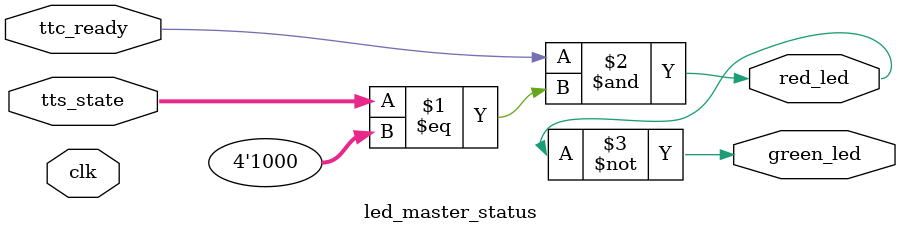
<source format=v>

module led_master_status (
  input  wire clk,
  output wire red_led,
  output wire green_led,
  // status input signals
  input  wire ttc_ready,
  input  wire [3:0] tts_state
);

// the LEDs are active low:
//    0 = LED on
//    1 = LED off

// Assignments right now:
//    green LED is on when TTC/TTS is ready
//              e.g., green means "ready"
//    red LED is on otherwise
//              e.g., red means "not ready" or "error"

assign green_led = ~(ttc_ready & (tts_state[3:0] == 4'b1000));
assign red_led   = ~green_led;

endmodule

</source>
